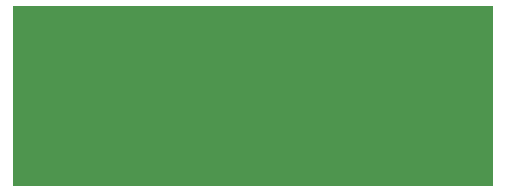
<source format=gbr>
G04 DipTrace 2.4.0.2*
%INBoard.gbr*%
%MOIN*%
%ADD11C,0.0055*%
%FSLAX44Y44*%
G04*
G70*
G90*
G75*
G01*
%LNBoardPoly*%
%LPD*%
G36*
X0Y0D2*
D11*
X16000D1*
Y6000D1*
X0D1*
Y0D1*
G37*
M02*

</source>
